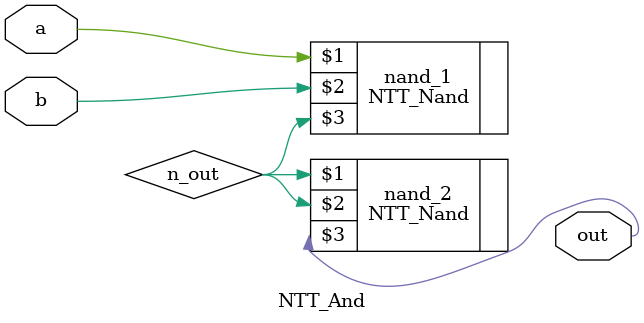
<source format=v>
/**
 * And gate: 
 * out = 1 if (a == 1 and b == 1)
 *       0 otherwise
 */

`default_nettype none

module NTT_And(
    input wire a,
    input wire b,
    output wire out
);

wire n_out;

NTT_Nand nand_1(a, b, n_out);
NTT_Nand nand_2(n_out, n_out, out);

endmodule

</source>
